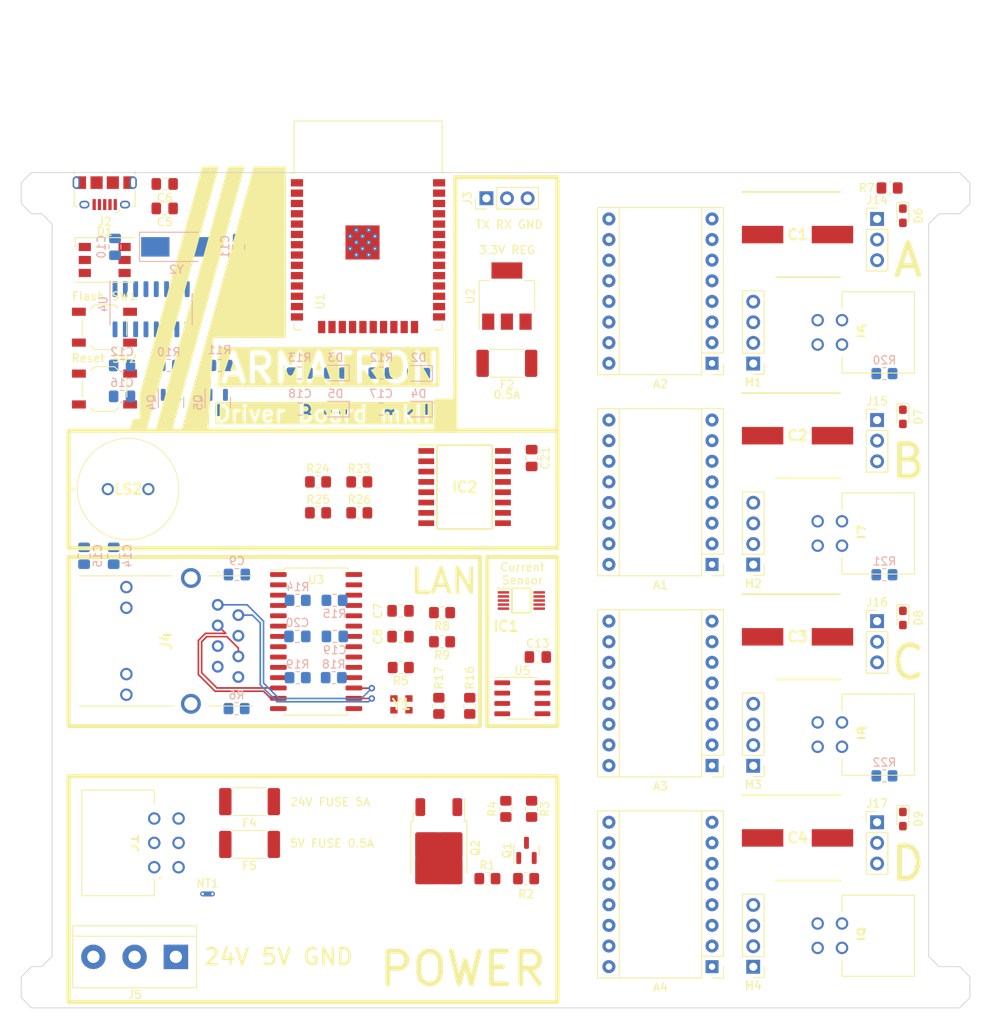
<source format=kicad_pcb>
(kicad_pcb (version 20221018) (generator pcbnew)
  (layers (0 "F.Cu" signal) (31 "B.Cu" signal) (34 "B.Paste" user) (35 "F.Paste" user) (36 "B.SilkS" user "B.Silkscreen") (37 "F.SilkS" user "F.Silkscreen") (38 "B.Mask" user) (39 "F.Mask" user) (44 "Edge.Cuts" user))
  (net 0 "")
  (net 1 "GNDPWR")
  (net 3 "Vdrive")
  (net 4 "ENA_DRIVERS")
  (net 5 "M1")
  (net 6 "M2")
  (net 7 "M3")
  (net 8 "RST_DRIVERS")
  (net 9 "SLP_DRIVERS")
  (net 10 "FR_STEP")
  (net 11 "FR_DIR")
  (net 13 "FL_STEP")
  (net 14 "FL_DIR")
  (net 16 "BL_STEP")
  (net 17 "BL_DIR")
  (net 19 "BR_STEP")
  (net 20 "BR_DIR")
  (net 21 "+3.3V")
  (net 22 "GND")
  (net 23 "Net-(U3-VCAP)")
  (net 24 "Net-(U4-XI)")
  (net 25 "Net-(U4-XO)")
  (net 26 "Net-(U5-FILTER)")
  (net 27 "Net-(C14-Pad1)")
  (net 28 "Net-(C15-Pad1)")
  (net 29 "PIN_RESET")
  (net 30 "PIN_FLASH")
  (net 32 "NEOPIXEL")
  (net 33 "+5V")
  (net 35 "RESET_UART")
  (net 36 "FLASH_UART")
  (net 37 "Net-(D4-K)")
  (net 38 "Net-(D5-K)")
  (net 39 "V_SENSE_IN")
  (net 40 "Net-(U2-VO)")
  (net 41 "+24V")
  (net 42 "Net-(F4-Pad2)")
  (net 43 "Net-(F5-Pad2)")
  (net 45 "C_ADC")
  (net 46 "Net-(IC1-AIN1)")
  (net 49 "SDA")
  (net 50 "SCL")
  (net 51 "POWER_DETECT")
  (net 53 "Net-(J2-D-)")
  (net 54 "Net-(J2-D+)")
  (net 56 "TX")
  (net 57 "RX")
  (net 59 "Net-(J4-Pad9)")
  (net 60 "Net-(J4-Pad12)")
  (net 63 "PIEZO")
  (net 64 "Net-(Q1-B)")
  (net 65 "Net-(Q1-C)")
  (net 66 "Net-(Q2-B)")
  (net 67 "Net-(Q4-B)")
  (net 68 "/USB/nRTS")
  (net 69 "Net-(Q5-B)")
  (net 70 "/USB/nDTR")
  (net 71 "POWER_EN")
  (net 72 "Net-(U3-OSC2)")
  (net 73 "Net-(U3-RBIAS)")
  (net 74 "/B_Assembly/A-")
  (net 75 "LEDA")
  (net 76 "LEDB")
  (net 80 "/B_Assembly/A+")
  (net 87 "ETH_INTER")
  (net 88 "ETH_CS")
  (net 89 "SCK")
  (net 90 "MISO")
  (net 92 "MOSI")
  (net 95 "Net-(U3-OSC1)")
  (net 102 "Net-(C19-Pad1)")
  (net 103 "Net-(C20-Pad1)")
  (net 104 "TXP")
  (net 105 "TXN")
  (net 106 "RXP")
  (net 107 "RXN")
  (net 108 "/B_Assembly/B+")
  (net 109 "/B_Assembly/B-")
  (net 110 "/A_Assembly/A-")
  (net 111 "/A_Assembly/A+")
  (net 112 "/A_Assembly/B+")
  (net 113 "/A_Assembly/B-")
  (net 114 "/C_Assembly/A-")
  (net 115 "/C_Assembly/A+")
  (net 116 "/C_Assembly/B+")
  (net 117 "/C_Assembly/B-")
  (net 118 "/D_Assembly/A-")
  (net 119 "/D_Assembly/A+")
  (net 120 "/D_Assembly/B+")
  (net 121 "/D_Assembly/B-")
  (net 122 "LIMIT_SWB")
  (net 123 "LIMIT_SWA")
  (net 124 "LIMIT_SWC")
  (net 125 "LIMIT_SWD")
  (net 130 "Net-(D6-K)")
  (net 131 "Net-(D7-K)")
  (net 132 "Net-(D8-K)")
  (net 133 "Net-(D9-K)")
  (footprint "Package_TO_SOT_SMD:SOT-23" (layer "F.Cu") (at 152.4 138.0875 90)
    (fp_text reference "Q1")
    (fp_text value "BC817")
  )
  (footprint "Connector_PinHeader_2.54mm:PinHeader_1x03_P2.54mm_Vertical" (layer "F.Cu") (at 195.58 109.855)
    (fp_text reference "J16")
    (fp_text value "Conn_01x03_Socket")
  )
  (footprint "Fuse:Fuse_2512_6332Metric_Pad1.52x3.35mm_HandSolder" (layer "F.Cu") (at 118.2975 137.35 180)
    (fp_text reference "F5")
    (fp_text value "0.5A")
  )
  (footprint "Connector_PinHeader_2.54mm:PinHeader_1x04_P2.54mm_Vertical" (layer "F.Cu") (at 180.33 127.66 180)
    (fp_text reference "M3")
    (fp_text value "17HS4401")
  )
  (footprint "Resistor_SMD:R_0805_2012Metric_Pad1.20x1.40mm_HandSolder" (layer "F.Cu") (at 126.73 96.52)
    (fp_text reference "R25")
    (fp_text value "1K")
  )
  (footprint "Button_Switch_SMD:SW_SPST_TL3342" (layer "F.Cu") (at 100.432 81.27)
    (fp_text reference "SW2")
    (fp_text value "SW_Push")
  )
  (footprint "Resistor_SMD:R_0805_2012Metric_Pad1.20x1.40mm_HandSolder" (layer "F.Cu") (at 142.002 108.81 180)
    (fp_text reference "R8")
    (fp_text value "220R")
  )
  (footprint "Resistor_SMD:R_0805_2012Metric_Pad1.20x1.40mm_HandSolder" (layer "F.Cu") (at 149.86 132.975 90)
    (fp_text reference "R4")
    (fp_text value "1K")
  )
  (footprint "Connector_PinHeader_2.54mm:PinHeader_1x03_P2.54mm_Vertical" (layer "F.Cu") (at 147.462 57.785 90)
    (fp_text reference "J3")
    (fp_text value "Conn_01x03_Pin")
  )
  (footprint "SamacSys_Parts:37946204" (layer "F.Cu") (at 191.26 72.795 90)
    (fp_text reference "J6")
    (fp_text value "3-794620-4" hide)
  )
  (footprint "Connector_USB:USB_Micro-B_Amphenol_10118194_Horizontal" (layer "F.Cu") (at 100.457 57.155 180)
    (fp_text reference "J2")
    (fp_text value "USB_B_Micro")
  )
  (footprint "Capacitor_SMD:C_0805_2012Metric_Pad1.18x1.45mm_HandSolder" (layer "F.Cu") (at 107.8445 59.03 180)
    (fp_text reference "C5")
    (fp_text value "10u")
  )
  (footprint "RF_Module:ESP32-WROOM-32" (layer "F.Cu") (at 132.887 64.13)
    (fp_text reference "U1")
    (fp_text value "ESP32-WROOM-32")
  )
  (footprint "Capacitor_SMD:C_0805_2012Metric_Pad1.18x1.45mm_HandSolder" (layer "F.Cu") (at 153.035 89.7675 -90)
    (fp_text reference "C21")
    (fp_text value "10u")
  )
  (footprint "Resistor_SMD:R_0805_2012Metric_Pad1.20x1.40mm_HandSolder" (layer "F.Cu") (at 136.922 115.57 180)
    (fp_text reference "R5")
    (fp_text value "10K")
  )
  (footprint "Package_TO_SOT_SMD:SOT-223-3_TabPin2" (layer "F.Cu") (at 149.987 69.825 90)
    (fp_text reference "U2")
    (fp_text value "AMS1117-3.3")
  )
  (footprint "SamacSys_Parts:SOIC127P1032X265-16N" (layer "F.Cu") (at 144.78 93.345)
    (fp_text reference "IC2")
    (fp_text value "PCF8574T_3,518" hide)
  )
  (footprint "Module:Pololu_Breakout-16_15.2x20.3mm" (layer "F.Cu") (at 175.25 78.105 180)
    (fp_text reference "A2")
    (fp_text value "Pololu_Breakout_DRV8825")
  )
  (footprint "Resistor_SMD:R_0805_2012Metric_Pad1.20x1.40mm_HandSolder" (layer "F.Cu") (at 141.605 120.285 -90)
    (fp_text reference "R17")
    (fp_text value "39K")
  )
  (footprint "MountingHole:MountingHole_2.7mm_M2.5" (layer "F.Cu") (at 92.71 57.15)
    (fp_text reference "H1" hide)
    (fp_text value "MountingHole")
  )
  (footprint "MountingHole:MountingHole_2.7mm_M2.5" (layer "F.Cu") (at 92.71 154.94)
    (fp_text reference "H4" hide)
    (fp_text value "MountingHole")
  )
  (footprint "Package_TO_SOT_SMD:TO-252-2" (layer "F.Cu") (at 141.605 137.795 -90)
    (fp_text reference "Q2")
    (fp_text value "Q_PNP_Darlington_BCE")
  )
  (footprint "Capacitor_SMD:C_0805_2012Metric_Pad1.18x1.45mm_HandSolder" (layer "F.Cu") (at 153.797 114.275)
    (fp_text reference "C13")
    (fp_text value "1n")
  )
  (footprint "SamacSys_Parts:37946204" (layer "F.Cu") (at 191.26 122.325 90)
    (fp_text reference "J8")
    (fp_text value "3-794620-4" hide)
  )
  (footprint "Button_Switch_SMD:SW_SPST_TL3342" (layer "F.Cu") (at 100.427 73.655)
    (fp_text reference "SW1")
    (fp_text value "SW_Push")
  )
  (footprint "Resistor_SMD:R_0805_2012Metric_Pad1.20x1.40mm_HandSolder" (layer "F.Cu") (at 142.002 112.395 180)
    (fp_text reference "R9")
    (fp_text value "220R")
  )
  (footprint "SamacSys_Parts:SOP50P490X110-10N" (layer "F.Cu") (at 151.765 107.315)
    (fp_text reference "IC1")
    (fp_text value "ADS1115BQDGSRQ1" hide)
  )
  (footprint "SamacSys_Parts:37946204" (layer "F.Cu") (at 191.26 147.09 90)
    (fp_text reference "J9")
    (fp_text value "3-794620-4" hide)
  )
  (footprint "SamacSys_Parts:CAPAE1050X1050N" (layer "F.Cu") (at 185.783 136.55)
    (fp_text reference "C4")
    (fp_text value "C" hide)
  )
  (footprint "Connector_PinHeader_2.54mm:PinHeader_1x03_P2.54mm_Vertical" (layer "F.Cu") (at 195.58 85.09)
    (fp_text reference "J15")
    (fp_text value "Conn_01x03_Socket")
  )
  (footprint "Module:Pololu_Breakout-16_15.2x20.3mm" (layer "F.Cu") (at 175.25 152.4 180)
    (fp_text reference "A4")
    (fp_text value "Pololu_Breakout_DRV8825")
  )
  (footprint "Resistor_SMD:R_0805_2012Metric_Pad1.20x1.40mm_HandSolder" (layer "F.Cu") (at 147.59 141.565)
    (fp_text reference "R1")
    (fp_text value "100K")
  )
  (footprint "LED_SMD:LED_0603_1608Metric_Pad1.05x0.95mm_HandSolder" (layer "F.Cu") (at 198.755 109.46 -90)
    (fp_text reference "D8")
    (fp_text value "LED")
  )
  (footprint "SamacSys_Parts:37946204" (layer "F.Cu") (at 191.26 97.56 90)
    (fp_text reference "J7")
    (fp_text value "3-794620-4" hide)
  )
  (footprint "SamacSys_Parts:CAPAE1050X1050N" (layer "F.Cu") (at 185.783 87.02)
    (fp_text reference "C2")
    (fp_text value "C" hide)
  )
  (footprint "LED_SMD:LED_0603_1608Metric_Pad1.05x0.95mm_HandSolder" (layer "F.Cu") (at 198.755 84.695 -90)
    (fp_text reference "D7")
    (fp_text value "LED")
  )
  (footprint "Capacitor_SMD:C_0805_2012Metric_Pad1.18x1.45mm_HandSolder" (layer "F.Cu") (at 107.8445 56.02 180)
    (fp_text reference "C6")
    (fp_text value "100n")
  )
  (footprint "Resistor_SMD:R_0805_2012Metric_Pad1.20x1.40mm_HandSolder" (layer "F.Cu") (at 131.81 96.52)
    (fp_text reference "R26")
    (fp_text value "1K")
  )
  (footprint "Capacitor_SMD:C_0805_2012Metric_Pad1.18x1.45mm_HandSolder" (layer "F.Cu") (at 136.8845 111.76)
    (fp_text reference "C8")
    (fp_text value "10uF")
  )
  (footprint "Resistor_SMD:R_0805_2012Metric_Pad1.20x1.40mm_HandSolder" (layer "F.Cu") (at 153.035 132.975 -90)
    (fp_text reference "R3")
    (fp_text value "1K")
  )
  (footprint "Resistor_SMD:R_0805_2012Metric_Pad1.20x1.40mm_HandSolder" (layer "F.Cu") (at 152.35 141.565)
    (fp_text reference "R2")
    (fp_text value "1K")
  )
  (footprint "MountingHole:MountingHole_2.7mm_M2.5" (layer "F.Cu") (at 204.47 57.15)
    (fp_text reference "H2" hide)
    (fp_text value "MountingHole")
  )
  (footprint "LED_SMD:LED_WS2812_PLCC6_5.0x5.0mm_P1.6mm" (layer "F.Cu") (at 100.457 65.38)
    (fp_text reference "D1")
    (fp_text value "Inolux_IN-PI556FCH")
  )
  (footprint "Fuse:Fuse_2512_6332Metric_Pad1.52x3.35mm_HandSolder" (layer "F.Cu") (at 149.987 78.105 180)
    (fp_text reference "F2")
    (fp_text value "0.5A")
  )
  (footprint "Connector_PinHeader_2.54mm:PinHeader_1x04_P2.54mm_Vertical" (layer "F.Cu") (at 180.33 152.425 180)
    (fp_text reference "M4")
    (fp_text value "17HS4401")
  )
  (footprint "Connector_PinHeader_2.54mm:PinHeader_1x04_P2.54mm_Vertical" (layer "F.Cu") (at 180.33 78.13 180)
    (fp_text reference "M1")
    (fp_text value "17HS4401")
  )
  (footprint "SamacSys_Parts:37946206" (layer "F.Cu") (at 106.555 140.16 -90)
    (fp_text reference "J1")
    (fp_text value "3-794620-6" hide)
  )
  (footprint "Package_SO:SOIC-8_3.9x4.9mm_P1.27mm" (layer "F.Cu") (at 151.892 119.355)
    (fp_text reference "U5")
    (fp_text value "ACS712xLCTR-20A")
  )
  (footprint "Module:Pololu_Breakout-16_15.2x20.3mm" (layer "F.Cu") (at 175.25 102.87 180)
    (fp_text reference "A1")
    (fp_text value "Pololu_Breakout_DRV8825")
  )
  (footprint "Resistor_SMD:R_0805_2012Metric_Pad1.20x1.40mm_HandSolder" (layer "F.Cu") (at 197.12 56.515 180)
    (fp_text reference "R7")
    (fp_text value "1K")
  )
  (footprint "LED_SMD:LED_0603_1608Metric_Pad1.05x0.95mm_HandSolder" (layer "F.Cu") (at 198.755 59.93 -90)
    (fp_text reference "D6")
    (fp_text value "LED")
  )
  (footprint "Fuse:Fuse_2512_6332Metric_Pad1.52x3.35mm_HandSolder" (layer "F.Cu") (at 118.2975 132.08 180)
    (fp_text reference "F4")
    (fp_text value "5A")
  )
  (footprint "LED_SMD:LED_0603_1608Metric_Pad1.05x0.95mm_HandSolder" (layer "F.Cu") (at 198.755 134.225 -90)
    (fp_text reference "D9")
    (fp_text value "LED")
  )
  (footprint "Connector_PinHeader_2.54mm:PinHeader_1x04_P2.54mm_Vertical" (layer "F.Cu") (at 180.33 102.895 180)
    (fp_text reference "M2")
    (fp_text value "17HS4401")
  )
  (footprint "NetTie:NetTie-2_THT_Pad0.3mm" (layer "F.Cu") (at 112.522 143.4465)
    (fp_text reference "NT1")
    (fp_text value "NetTie_2")
  )
  (footprint "Connector_PinHeader_2.54mm:PinHeader_1x03_P2.54mm_Vertical" (layer "F.Cu") (at 195.58 60.325)
    (fp_text reference "J14")
    (fp_text value "Conn_01x03_Socket")
  )
  (footprint "Connector_PinHeader_2.54mm:PinHeader_1x03_P2.54mm_Vertical" (layer "F.Cu") (at 195.58 134.62)
    (fp_text reference "J17")
    (fp_text value "Conn_01x03_Socket")
  )
  (footprint "SamacSys_Parts:HR911105A" (layer "F.Cu") (at 114.374 107.844 90)
    (fp_text reference "J4")
    (fp_text value "HR911105A" hide)
  )
  (footprint "Resistor_SMD:R_0805_2012Metric_Pad1.20x1.40mm_HandSolder" (layer "F.Cu") (at 145.415 120.285 90)
    (fp_text reference "R16")
    (fp_text value "220K")
  )
  (footprint "Resistor_SMD:R_0805_2012Metric_Pad1.20x1.40mm_HandSolder" (layer "F.Cu") (at 131.81 92.71)
    (fp_text reference "R23")
    (fp_text value "1K")
  )
  (footprint "Resistor_SMD:R_0805_2012Metric_Pad1.20x1.40mm_HandSolder" (layer "F.Cu") (at 126.73 92.71)
    (fp_text reference "R24")
    (fp_text value "1K")
  )
  (footprint "Module:Pololu_Breakout-16_15.2x20.3mm" (layer "F.Cu") (at 175.25 127.635 180)
    (fp_text reference "A3")
    (fp_text value "Pololu_Breakout_DRV8825")
  )
  (footprint "SamacSys_Parts:PT1241PFQ" (layer "F.Cu") (at 100.838 93.599)
    (fp_text reference "LS2")
    (fp_text value "PT-1241PFQ" hide)
  )
  (footprint "MountingHole:MountingHole_2.7mm_M2.5" (layer "F.Cu") (at 204.47 154.94)
    (fp_text reference "H3" hide)
    (fp_text value "MountingHole")
  )
  (footprint "SamacSys_Parts:CAPAE1050X1050N" (layer "F.Cu") (at 185.783 111.785)
    (fp_text reference "C3")
    (fp_text value "C" hide)
  )
  (footprint "Capacitor_SMD:C_0805_2012Metric_Pad1.18x1.45mm_HandSolder" (layer "F.Cu") (at 136.8845 108.585)
    (fp_text reference "C7")
    (fp_text value "100n")
  )
  (footprint "SamacSys_Parts:ECS2520MVLC250BNTR3" (layer "F.Cu") (at 136.997 120.105)
    (fp_text reference "Y1")
    (fp_text value "ECS-2520MVLC-250-BN-TR3" hide)
  )
  (footprint "TerminalBlock:TerminalBlock_bornier-3_P5.08mm" (layer "F.Cu") (at 109.22 151.1935 180)
    (fp_text reference "J5")
    (fp_text value "Screw_Terminal_01x03")
  )
  (footprint "Package_SO:SOIC-28W_7.5x17.9mm_P1.27mm" (layer "F.Cu") (at 126.492 112.37)
    (fp_text reference "U3")
    (fp_text value "ENC28J60x-SO")
  )
  (footprint "SamacSys_Parts:CAPAE1050X1050N" (layer "F.Cu") (at 185.783 62.255)
    (fp_text reference "C1")
    (fp_text value "C" hide)
  )
  (footprint "Package_SO:SOIC-16_3.9x9.9mm_P1.27mm" (layer "B.Cu") (at 106.172 71.446428 -90)
    (fp_text reference "U4")
    (fp_text value "CH340G")
  )
  (footprint "Resistor_SMD:R_0805_2012Metric_Pad1.20x1.40mm_HandSolder" (layer "B.Cu") (at 196.485 79.375 180)
    (fp_text reference "R20")
    (fp_text value "1K")
  )
  (footprint "Resistor_SMD:R_0805_2012Metric_Pad1.20x1.40mm_HandSolder" (layer "B.Cu") (at 128.762 107.29)
    (fp_text reference "R15")
    (fp_text value "49.9R")
  )
  (footprint "Diode_SMD:D_0805_2012Metric" (layer "B.Cu") (at 139.115452 79.35 180)
    (fp_text reference "D2")
    (fp_text value "D")
  )
  (footprint "Crystal:Crystal_SMD_5032-2Pin_5.0x3.2mm_HandSoldering" (layer "B.Cu") (at 109.287 63.761428)
    (fp_text reference "Y2")
    (fp_text value "12MHz")
  )
  (footprint "Capacitor_SMD:C_0805_2012Metric_Pad1.18x1.45mm_HandSolder" (layer "B.Cu") (at 134.497952 83.75 180)
    (fp_text reference "C17")
    (fp_text value "100n")
  )
  (footprint "Diode_SMD:D_0805_2012Metric" (layer "B.Cu") (at 128.882952 79.305 180)
    (fp_text reference "D3")
    (fp_text value "D")
  )
  (footprint "Resistor_SMD:R_0805_2012Metric_Pad1.20x1.40mm_HandSolder" (layer "B.Cu") (at 196.485 128.905 180)
    (fp_text reference "R22")
    (fp_text value "1K")
  )
  (footprint "Resistor_SMD:R_0805_2012Metric_Pad1.20x1.40mm_HandSolder" (layer "B.Cu") (at 128.667 116.815 180)
    (fp_text reference "R18")
    (fp_text value "49.9R")
  )
  (footprint "Capacitor_SMD:C_0805_2012Metric_Pad1.18x1.45mm_HandSolder" (layer "B.Cu") (at 101.562 101.8075 90)
    (fp_text reference "C14")
    (fp_text value "0.1uF")
  )
  (footprint "Capacitor_SMD:C_0805_2012Metric_Pad1.18x1.45mm_HandSolder" (layer "B.Cu") (at 101.727 63.761428 -90)
    (fp_text reference "C10")
    (fp_text value "22pF")
  )
  (footprint "Capacitor_SMD:C_0805_2012Metric_Pad1.18x1.45mm_HandSolder" (layer "B.Cu") (at 102.5945 82.176428 180)
    (fp_text reference "C16")
    (fp_text value "100n")
  )
  (footprint "Capacitor_SMD:C_0805_2012Metric_Pad1.18x1.45mm_HandSolder" (layer "B.Cu") (at 116.967 63.761428 -90)
    (fp_text reference "C11")
    (fp_text value "22pF")
  )
  (footprint "Capacitor_SMD:C_0805_2012Metric_Pad1.18x1.45mm_HandSolder" (layer "B.Cu") (at 124.1845 111.735 180)
    (fp_text reference "C20")
    (fp_text value "0.1uF")
  )
  (footprint "Capacitor_SMD:C_0805_2012Metric_Pad1.18x1.45mm_HandSolder" (layer "B.Cu") (at 97.917 101.8075 90)
    (fp_text reference "C15")
    (fp_text value "0.1uF")
  )
  (footprint "Resistor_SMD:R_0805_2012Metric_Pad1.20x1.40mm_HandSolder" (layer "B.Cu") (at 114.602 78.366428)
    (fp_text reference "R11")
    (fp_text value "10K")
  )
  (footprint "Resistor_SMD:R_0805_2012Metric_Pad1.20x1.40mm_HandSolder" (layer "B.Cu") (at 124.470452 79.305)
    (fp_text reference "R13")
    (fp_text value "10K")
  )
  (footprint "Resistor_SMD:R_0805_2012Metric_Pad1.20x1.40mm_HandSolder" (layer "B.Cu") (at 116.697 120.625 180)
    (fp_text reference "R6")
    (fp_text value "2.32K 1%")
  )
  (footprint "Diode_SMD:D_0805_2012Metric" (layer "B.Cu") (at 139.115452 83.75 180)
    (fp_text reference "D4")
    (fp_text value "D")
  )
  (footprint "Capacitor_SMD:C_0805_2012Metric_Pad1.18x1.45mm_HandSolder" (layer "B.Cu") (at 102.5945 78.366428 180)
    (fp_text reference "C12")
    (fp_text value "4.7u")
  )
  (footprint "Capacitor_SMD:C_0805_2012Metric_Pad1.18x1.45mm_HandSolder" (layer "B.Cu") (at 116.7345 104.115 180)
    (fp_text reference "C9")
    (fp_text value "10uF")
  )
  (footprint "Package_TO_SOT_SMD:SOT-23" (layer "B.Cu") (at 114.377 82.926428 -90)
    (fp_text reference "Q5")
    (fp_text value "BC817")
  )
  (footprint "Capacitor_SMD:C_0805_2012Metric_Pad1.18x1.45mm_HandSolder" (layer "B.Cu") (at 128.7995 111.735)
    (fp_text reference "C19")
    (fp_text value "0.1uF")
  )
  (footprint "Resistor_SMD:R_0805_2012Metric_Pad1.20x1.40mm_HandSolder" (layer "B.Cu") (at 196.485 104.14 180)
    (fp_text reference "R21")
    (fp_text value "1K")
  )
  (footprint "Capacitor_SMD:C_0805_2012Metric_Pad1.18x1.45mm_HandSolder" (layer "B.Cu") (at 124.507952 83.75 180)
    (fp_text reference "C18")
    (fp_text value "100n")
  )
  (footprint "Resistor_SMD:R_0805_2012Metric_Pad1.20x1.40mm_HandSolder" (layer "B.Cu") (at 124.222 107.29 180)
    (fp_text reference "R14")
    (fp_text value "49.9R")
  )
  (footprint "Diode_SMD:D_0805_2012Metric" (layer "B.Cu") (at 128.882952 83.75 180)
    (fp_text reference "D5")
    (fp_text value "D")
  )
  (footprint "Package_TO_SOT_SMD:SOT-23" (layer "B.Cu") (at 108.617 82.926428 -90)
    (fp_text reference "Q4")
    (fp_text value "BC817")
  )
  (footprint "Resistor_SMD:R_0805_2012Metric_Pad1.20x1.40mm_HandSolder" (layer "B.Cu") (at 134.535452 79.305)
    (fp_text reference "R12")
    (fp_text value "10K")
  )
  (footprint "Resistor_SMD:R_0805_2012Metric_Pad1.20x1.40mm_HandSolder" (layer "B.Cu") (at 124.222 116.815 180)
    (fp_text reference "R19")
    (fp_text value "49.9R")
  )
  (footprint "Resistor_SMD:R_0805_2012Metric_Pad1.20x1.40mm_HandSolder" (layer "B.Cu") (at 108.347 78.366428 180)
    (fp_text reference "R10")
    (fp_text value "10K")
  )
  (gr_poly (pts (xy 114.427 53.95) (xy 105.537 86.335) (xy 103.632 86.335) (xy 103.9876 85.0396) (xy 104.8258 85.0396) (xy 104.837378 81.943978) (xy 112.522 53.95)) (stroke (width 0.15)) (fill solid) (layer "F.SilkS"))
  (gr_rect (start 147.574 101.956) (end 156.21 122.784) (stroke (width 0.5)) (fill none) (layer "F.SilkS"))
  (gr_rect (start 96.012 101.956) (end 146.685 122.784) (stroke (width 0.5)) (fill none) (layer "F.SilkS"))
  (gr_rect (start 96.012 128.9685) (end 156.21 156.7815) (stroke (width 0.5)) (fill none) (layer "F.SilkS"))
  (gr_rect (start 96.012 86.3985) (end 156.21 100.8765) (stroke (width 0.5)) (fill none) (layer "F.SilkS"))
  (gr_poly (pts (xy 117.602 53.95) (xy 108.712 86.335) (xy 106.807 86.335) (xy 115.697 53.95)) (stroke (width 0.15)) (fill solid) (layer "F.SilkS"))
  (gr_poly (pts (xy 122.682 53.95) (xy 122.682 74.905) (xy 113.792 74.905) (xy 113.157 86.335) (xy 109.982 86.335) (xy 118.872 53.95)) (stroke (width 0.15)) (fill solid) (layer "F.SilkS"))
  (gr_rect (start 143.637 55.1946) (end 156.21 86.3985) (stroke (width 0.5)) (fill none) (layer "F.SilkS"))
  (gr_poly (pts (xy 143.637 82.525) (xy 141.097 82.525) (xy 141.097 86.589) (xy 143.637 86.589)) (stroke (width 0.15)) (fill solid) (layer "F.SilkS"))
  (gr_poly (pts (xy 93.98 54.61) (xy 91.44 54.61) (xy 90.17 55.88) (xy 90.17 58.42) (xy 91.44 59.69) (xy 92.71 59.69) (xy 93.98 60.96) (xy 93.98 151.13) (xy 92.71 152.4) (xy 91.44 152.4) (xy 90.17 153.67) (xy 90.17 156.21) (xy 91.44 157.48) (xy 205.74 157.48) (xy 207.01 156.21) (xy 207.01 153.67) (xy 205.74 152.4) (xy 203.2 152.4) (xy 201.93 151.13) (xy 201.93 60.96) (xy 203.2 59.69) (xy 205.74 59.69) (xy 207.01 58.42) (xy 207.01 55.88) (xy 205.74 54.61)) (stroke (width 0.1)) (fill none) (layer "Edge.Cuts"))
  (gr_text "3.3V REG" (at 149.987 64.745) (layer "F.SilkS") (effects (font (size 1 1)) (justify bottom)))
  (gr_text "Flash" (at 98.425 69.85) (layer "F.SilkS") (effects (font (size 1 1))))
  (gr_text "Driver Board mkIII" (at 113.792 83.16) (layer "F.SilkS" knockout) (effects (font (size 2 2) (thickness 0.3)) (justify left top)))
  (gr_text "Current\nSensor" (at 151.892 105.41) (layer "F.SilkS") (effects (font (size 1 1)) (justify bottom)))
  (gr_text "Reset" (at 98.425 77.47) (layer "F.SilkS") (effects (font (size 1 1))))
  (gr_text "0.5A" (at 149.987 82.55) (layer "F.SilkS") (effects (font (size 1 1)) (justify bottom)))
  (gr_text "LAN" (at 142.24 106.68) (layer "F.SilkS") (effects (font (size 3 3) (thickness 0.45)) (justify bottom)))
  (gr_text "5V FUSE 0.5A" (at 123.19 137.795) (layer "F.SilkS") (effects (font (size 1 1)) (justify left bottom)))
  (gr_text "POWER" (at 133.985 155.0285) (layer "F.SilkS") (effects (font (size 4 4) (thickness 0.6)) (justify left bottom)))
  (gr_text "A" (at 199.39 65.405) (layer "F.SilkS") (effects (font (size 4 4) (thickness 0.6))))
  (gr_text "ARMATRON" (at 114.427 78.715) (layer "F.SilkS" knockout) (effects (font (size 3.5 3.5) (thickness 0.6)) (justify left)))
  (gr_text "B" (at 199.39 90.17) (layer "F.SilkS") (effects (font (size 4 4) (thickness 0.6))))
  (gr_text "24V FUSE 5A" (at 123.19 132.715) (layer "F.SilkS") (effects (font (size 1 1)) (justify left bottom)))
  (gr_text "24V 5V GND" (at 112.522 151.1935) (layer "F.SilkS") (effects (font (size 2 2) (thickness 0.3)) (justify left)))
  (gr_text "C" (at 199.39 114.935) (layer "F.SilkS") (effects (font (size 4 4) (thickness 0.6))))
  (gr_text "TX RX GND" (at 146.05 61.595) (layer "F.SilkS") (effects (font (size 1 1)) (justify left bottom)))
  (gr_text "D" (at 199.39 139.7) (layer "F.SilkS") (effects (font (size 4 4) (thickness 0.6))))
  (segment (start 133.35 118.11) (end 131.167 118.11) (width 0.2) (layer "F.Cu") (net 104))
  (segment (start 131.167 118.11) (end 131.142 118.085) (width 0.2) (layer "F.Cu") (net 104))
  (via (at 133.35 118.11) (size 0.8) (drill 0.4) (layers "F.Cu" "B.Cu") (net 104))
  (segment (start 121.92 119.38) (end 132.08 119.38) (width 0.2) (layer "B.Cu") (net 104))
  (segment (start 132.08 119.38) (end 133.35 118.11) (width 0.2) (layer "B.Cu") (net 104))
  (segment (start 118.004 107.844) (end 120.015 109.855) (width 0.2) (layer "B.Cu") (net 104))
  (segment (start 114.374 107.844) (end 118.004 107.844) (width 0.2) (layer "B.Cu") (net 104))
  (segment (start 120.015 117.475) (end 121.92 119.38) (width 0.2) (layer "B.Cu") (net 104))
  (segment (start 120.015 109.855) (end 120.015 117.475) (width 0.2) (layer "B.Cu") (net 104))
  (segment (start 133.35 119.38) (end 131.167 119.38) (width 0.2) (layer "F.Cu") (net 105))
  (segment (start 131.167 119.38) (end 131.142 119.355) (width 0.2) (layer "F.Cu") (net 105))
  (via (at 133.35 119.38) (size 0.8) (drill 0.4) (layers "F.Cu" "B.Cu") (net 105))
  (segment (start 121.685 119.78) (end 122.085686 119.78) (width 0.2) (layer "B.Cu") (net 105))
  (segment (start 119.615 110.09) (end 119.615 110.49) (width 0.2) (layer "B.Cu") (net 105))
  (segment (start 116.914 109.114) (end 118.639 109.114) (width 0.2) (layer "B.Cu") (net 105))
  (segment (start 118.639 109.114) (end 119.38 109.855) (width 0.2) (layer "B.Cu") (net 105))
  (segment (start 119.615 117.71) (end 120.015 118.11) (width 0.2) (layer "B.Cu") (net 105))
  (segment (start 119.38 109.855) (end 119.615 110.09) (width 0.2) (layer "B.Cu") (net 105))
  (segment (start 122.085686 119.78) (end 132.95 119.78) (width 0.2) (layer "B.Cu") (net 105))
  (segment (start 120.015 118.11) (end 121.685 119.78) (width 0.2) (layer "B.Cu") (net 105))
  (segment (start 132.95 119.78) (end 133.35 119.38) (width 0.2) (layer "B.Cu") (net 105))
  (segment (start 119.615 110.49) (end 119.615 117.71) (width 0.2) (layer "B.Cu") (net 105))
  (segment (start 112.864314 111.36) (end 111.995 112.229315) (width 0.2) (layer "F.Cu") (net 106))
  (segment (start 114.04 118.485) (end 120.015 118.485) (width 0.2) (layer "F.Cu") (net 106))
  (segment (start 111.995 116.44) (end 114.04 118.485) (width 0.2) (layer "F.Cu") (net 106))
  (segment (start 115.335 111.36) (end 112.864314 111.36) (width 0.2) (layer "F.Cu") (net 106))
  (segment (start 120.015 118.485) (end 120.885 119.355) (width 0.2) (layer "F.Cu") (net 106))
  (segment (start 114.374 110.384) (end 115.335 111.345) (width 0.2) (layer "F.Cu") (net 106))
  (segment (start 120.885 119.355) (end 121.842 119.355) (width 0.2) (layer "F.Cu") (net 106))
  (segment (start 111.995 112.229315) (end 111.995 116.44) (width 0.2) (layer "F.Cu") (net 106))
  (segment (start 115.335 111.345) (end 115.335 111.36) (width 0.2) (layer "F.Cu") (net 106))
  (segment (start 116.914 113.171524) (end 115.502476 111.76) (width 0.2) (layer "F.Cu") (net 107))
  (segment (start 112.395 116.205) (end 114.275 118.085) (width 0.2) (layer "F.Cu") (net 107))
  (segment (start 114.275 118.085) (end 121.842 118.085) (width 0.2) (layer "F.Cu") (net 107))
  (segment (start 112.395 112.395) (end 112.395 116.205) (width 0.2) (layer "F.Cu") (net 107))
  (segment (start 113.03 111.76) (end 112.395 112.395) (width 0.2) (layer "F.Cu") (net 107))
  (segment (start 115.502476 111.76) (end 113.03 111.76) (width 0.2) (layer "F.Cu") (net 107))
  (segment (start 116.914 114.194) (end 116.914 113.171524) (width 0.2) (layer "F.Cu") (net 107))
)
</source>
